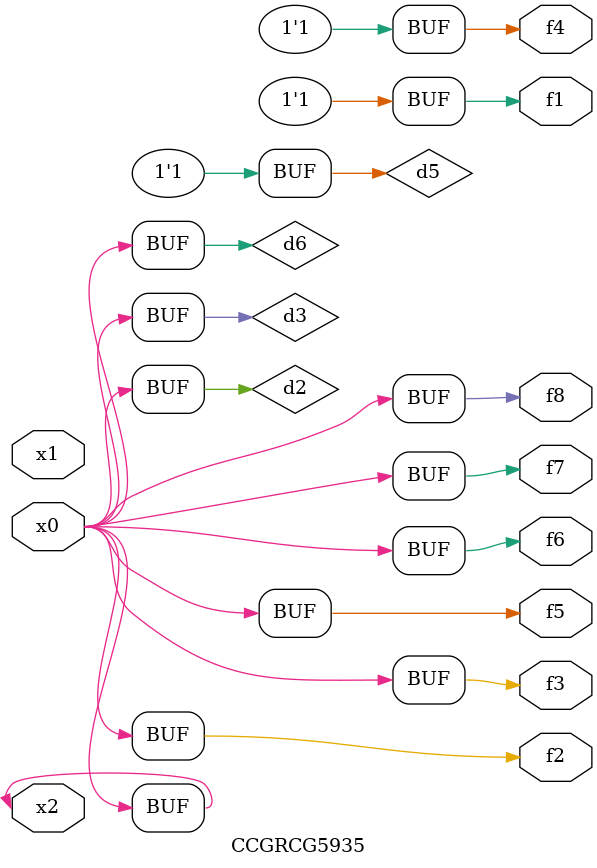
<source format=v>
module CCGRCG5935(
	input x0, x1, x2,
	output f1, f2, f3, f4, f5, f6, f7, f8
);

	wire d1, d2, d3, d4, d5, d6;

	xnor (d1, x2);
	buf (d2, x0, x2);
	and (d3, x0);
	xnor (d4, x1, x2);
	nand (d5, d1, d3);
	buf (d6, d2, d3);
	assign f1 = d5;
	assign f2 = d6;
	assign f3 = d6;
	assign f4 = d5;
	assign f5 = d6;
	assign f6 = d6;
	assign f7 = d6;
	assign f8 = d6;
endmodule

</source>
